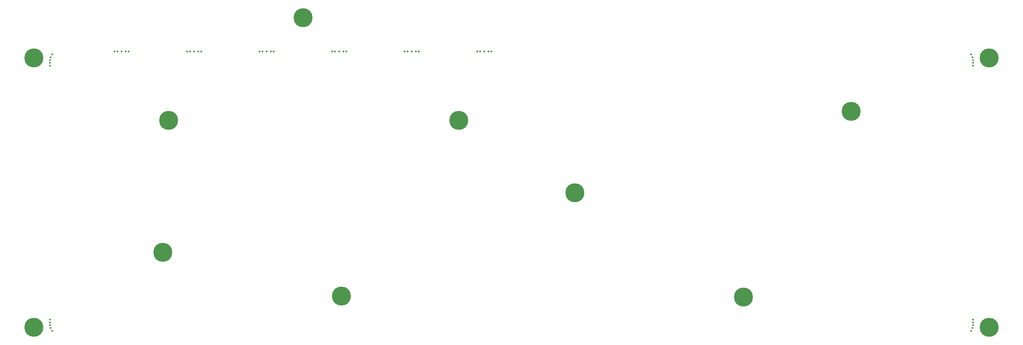
<source format=gbr>
%TF.GenerationSoftware,KiCad,Pcbnew,(7.0.0)*%
%TF.CreationDate,2023-05-06T02:31:30-05:00*%
%TF.ProjectId,Hull_V4N_Tray_Base,48756c6c-5f56-4344-9e5f-547261795f42,rev?*%
%TF.SameCoordinates,Original*%
%TF.FileFunction,Soldermask,Top*%
%TF.FilePolarity,Negative*%
%FSLAX46Y46*%
G04 Gerber Fmt 4.6, Leading zero omitted, Abs format (unit mm)*
G04 Created by KiCad (PCBNEW (7.0.0)) date 2023-05-06 02:31:30*
%MOMM*%
%LPD*%
G01*
G04 APERTURE LIST*
%ADD10C,0.500000*%
%ADD11C,5.000000*%
G04 APERTURE END LIST*
D10*
%TO.C,REF\u002A\u002A*%
X98687500Y-59741515D03*
X97947500Y-59741515D03*
X94987500Y-59741515D03*
X95727500Y-59741515D03*
X96837500Y-59741515D03*
%TD*%
%TO.C,REF\u002A\u002A*%
X262725000Y-133187500D03*
X263125000Y-132447500D03*
X263275000Y-130227500D03*
X263275000Y-131707500D03*
X263275000Y-130967500D03*
%TD*%
D11*
%TO.C,*%
X202974795Y-124287900D03*
%TD*%
D10*
%TO.C,REF\u002A\u002A*%
X77787500Y-59741515D03*
X79637500Y-59741515D03*
X75937500Y-59741515D03*
X78897500Y-59741515D03*
X76677500Y-59741515D03*
%TD*%
%TO.C,REF\u002A\u002A*%
X58737500Y-59741515D03*
X56887500Y-59741515D03*
X57627500Y-59741515D03*
X60587500Y-59741515D03*
X59847500Y-59741515D03*
%TD*%
D11*
%TO.C,*%
X16637500Y-61412500D03*
%TD*%
D10*
%TO.C,REF\u002A\u002A*%
X114777500Y-59741515D03*
X115887500Y-59741515D03*
X114037500Y-59741515D03*
X116997500Y-59741515D03*
X117737500Y-59741515D03*
%TD*%
D11*
%TO.C,*%
X52037503Y-77788001D03*
%TD*%
%TO.C,*%
X97387502Y-124087902D03*
%TD*%
%TO.C,*%
X231274795Y-75487999D03*
%TD*%
%TO.C,*%
X267525002Y-132262501D03*
%TD*%
D10*
%TO.C,REF\u002A\u002A*%
X21037502Y-61227501D03*
X20887502Y-61967501D03*
X20887502Y-62707501D03*
X21437502Y-60487501D03*
X20887502Y-63447501D03*
%TD*%
D11*
%TO.C,*%
X158724796Y-96888001D03*
%TD*%
%TO.C,*%
X128237502Y-77788001D03*
%TD*%
%TO.C,*%
X50487503Y-112537900D03*
%TD*%
%TO.C,*%
X87312500Y-50800000D03*
%TD*%
%TO.C,*%
X267525001Y-61412501D03*
%TD*%
D10*
%TO.C,REF\u002A\u002A*%
X40797500Y-59741515D03*
X37837500Y-59741515D03*
X41537500Y-59741515D03*
X38577500Y-59741515D03*
X39687500Y-59741515D03*
%TD*%
D11*
%TO.C,*%
X16637499Y-132262500D03*
%TD*%
D10*
%TO.C,REF\u002A\u002A*%
X133087500Y-59741515D03*
X133827500Y-59741515D03*
X136047500Y-59741515D03*
X134937500Y-59741515D03*
X136787500Y-59741515D03*
%TD*%
%TO.C,REF\u002A\u002A*%
X20887501Y-130967500D03*
X20887501Y-131707500D03*
X20887501Y-130227500D03*
X21437501Y-133187500D03*
X21037501Y-132447500D03*
%TD*%
%TO.C,REF\u002A\u002A*%
X263275000Y-63447501D03*
X263275000Y-61967501D03*
X263275000Y-62707501D03*
X262725000Y-60487501D03*
X263125000Y-61227501D03*
%TD*%
M02*

</source>
